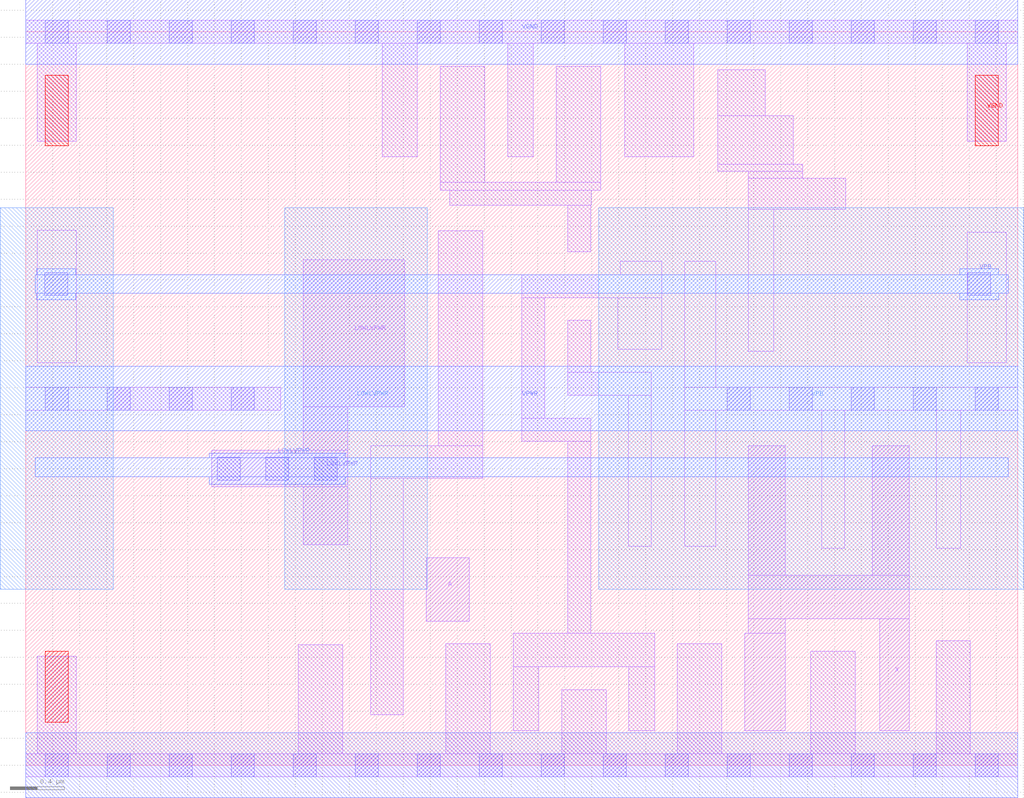
<source format=lef>
# Copyright 2020 The SkyWater PDK Authors
#
# Licensed under the Apache License, Version 2.0 (the "License");
# you may not use this file except in compliance with the License.
# You may obtain a copy of the License at
#
#     https://www.apache.org/licenses/LICENSE-2.0
#
# Unless required by applicable law or agreed to in writing, software
# distributed under the License is distributed on an "AS IS" BASIS,
# WITHOUT WARRANTIES OR CONDITIONS OF ANY KIND, either express or implied.
# See the License for the specific language governing permissions and
# limitations under the License.
#
# SPDX-License-Identifier: Apache-2.0

VERSION 5.7 ;
  NOWIREEXTENSIONATPIN ON ;
  DIVIDERCHAR "/" ;
  BUSBITCHARS "[]" ;
MACRO sky130_fd_sc_hd__lpflow_lsbuf_lh_isowell_tap_4
  CLASS CORE WELLTAP ;
  FOREIGN sky130_fd_sc_hd__lpflow_lsbuf_lh_isowell_tap_4 ;
  ORIGIN  0.000000  0.000000 ;
  SIZE  7.360000 BY  5.440000 ;
  SYMMETRY X Y R90 ;
  SITE unithd ;
  PIN A
    ANTENNAGATEAREA  0.603000 ;
    DIRECTION INPUT ;
    USE SIGNAL ;
    PORT
      LAYER li1 ;
        RECT 2.970000 1.070000 3.290000 1.540000 ;
    END
  END A
  PIN X
    ANTENNADIFFAREA  1.072500 ;
    DIRECTION OUTPUT ;
    USE SIGNAL ;
    PORT
      LAYER li1 ;
        RECT 5.335000 0.255000 5.635000 0.980000 ;
        RECT 5.360000 0.980000 5.635000 1.085000 ;
        RECT 5.360000 1.085000 6.555000 1.410000 ;
        RECT 5.360000 1.410000 5.635000 2.370000 ;
        RECT 6.280000 1.410000 6.555000 2.370000 ;
        RECT 6.335000 0.255000 6.555000 1.085000 ;
    END
  END X
  PIN LOWLVPWR
    DIRECTION INOUT ;
    SHAPE ABUTMENT ;
    USE POWER ;
    PORT
      LAYER li1 ;
        RECT 1.380000 2.065000 2.390000 2.335000 ;
        RECT 2.060000 1.635000 2.390000 2.065000 ;
        RECT 2.060000 2.335000 2.390000 2.660000 ;
        RECT 2.060000 2.660000 2.810000 3.750000 ;
      LAYER mcon ;
        RECT 1.420000 2.115000 1.590000 2.285000 ;
        RECT 1.780000 2.115000 1.950000 2.285000 ;
        RECT 2.140000 2.115000 2.310000 2.285000 ;
    END
    PORT
      LAYER met1 ;
        RECT 0.070000 2.140000 7.290000 2.280000 ;
        RECT 1.360000 2.085000 2.370000 2.140000 ;
        RECT 1.360000 2.280000 2.370000 2.315000 ;
      LAYER nwell ;
        RECT 1.920000 1.305000 2.980000 4.135000 ;
    END
  END LOWLVPWR
  PIN VGND
    DIRECTION INOUT ;
    SHAPE ABUTMENT ;
    USE GROUND ;
    PORT
      LAYER met1 ;
        RECT 0.000000 5.200000 7.360000 5.680000 ;
      LAYER pwell ;
        RECT 0.145000 4.595000 0.315000 5.120000 ;
        RECT 7.045000 4.595000 7.215000 5.120000 ;
    END
  END VGND
  PIN VPB
    DIRECTION INOUT ;
    USE POWER ;
    PORT
      LAYER met1 ;
        RECT 0.070000 3.500000 7.290000 3.640000 ;
        RECT 0.080000 3.455000 0.370000 3.500000 ;
        RECT 0.080000 3.640000 0.370000 3.685000 ;
        RECT 6.930000 3.455000 7.220000 3.500000 ;
        RECT 6.930000 3.640000 7.220000 3.685000 ;
      LAYER nwell ;
        RECT -0.190000 1.305000 0.650000 4.135000 ;
        RECT  4.250000 1.305000 7.405000 4.135000 ;
    END
  END VPB
  PIN VPWR
    DIRECTION INOUT ;
    SHAPE ABUTMENT ;
    USE POWER ;
    PORT
      LAYER met1 ;
        RECT 0.000000 2.480000 7.360000 2.960000 ;
    END
  END VPWR
  OBS
    LAYER li1 ;
      RECT 0.000000 -0.085000 7.360000 0.085000 ;
      RECT 0.000000  2.635000 1.890000 2.805000 ;
      RECT 0.000000  5.355000 7.360000 5.525000 ;
      RECT 0.085000  0.085000 0.375000 0.810000 ;
      RECT 0.085000  2.985000 0.375000 3.970000 ;
      RECT 0.085000  4.630000 0.375000 5.355000 ;
      RECT 2.020000  0.085000 2.350000 0.895000 ;
      RECT 2.560000  0.375000 2.800000 2.130000 ;
      RECT 2.560000  2.130000 3.390000 2.370000 ;
      RECT 2.645000  4.515000 2.905000 5.355000 ;
      RECT 3.060000  2.370000 3.390000 3.965000 ;
      RECT 3.075000  4.265000 4.265000 4.325000 ;
      RECT 3.075000  4.325000 3.405000 5.185000 ;
      RECT 3.115000  0.085000 3.445000 0.900000 ;
      RECT 3.145000  4.155000 4.195000 4.265000 ;
      RECT 3.575000  4.515000 3.765000 5.355000 ;
      RECT 3.615000  0.255000 3.805000 0.730000 ;
      RECT 3.615000  0.730000 4.665000 0.980000 ;
      RECT 3.680000  2.405000 4.190000 2.575000 ;
      RECT 3.680000  2.575000 3.850000 3.470000 ;
      RECT 3.680000  3.470000 4.720000 3.640000 ;
      RECT 3.935000  4.325000 4.265000 5.185000 ;
      RECT 3.975000  0.085000 4.305000 0.560000 ;
      RECT 4.020000  0.980000 4.190000 2.405000 ;
      RECT 4.020000  2.745000 4.640000 2.915000 ;
      RECT 4.020000  2.915000 4.190000 3.300000 ;
      RECT 4.020000  3.810000 4.190000 4.155000 ;
      RECT 4.390000  3.085000 4.720000 3.470000 ;
      RECT 4.410000  3.640000 4.720000 3.740000 ;
      RECT 4.445000  4.515000 4.955000 5.355000 ;
      RECT 4.470000  1.625000 4.640000 2.745000 ;
      RECT 4.475000  0.255000 4.665000 0.730000 ;
      RECT 4.835000  0.085000 5.165000 0.900000 ;
      RECT 4.890000  1.625000 5.120000 2.635000 ;
      RECT 4.890000  2.635000 7.360000 2.805000 ;
      RECT 4.890000  2.805000 5.120000 3.740000 ;
      RECT 5.135000  4.405000 5.765000 4.460000 ;
      RECT 5.135000  4.460000 5.695000 4.820000 ;
      RECT 5.135000  4.820000 5.485000 5.160000 ;
      RECT 5.360000  3.070000 5.550000 4.125000 ;
      RECT 5.360000  4.125000 6.085000 4.355000 ;
      RECT 5.360000  4.355000 5.765000 4.405000 ;
      RECT 5.825000  0.085000 6.155000 0.845000 ;
      RECT 5.905000  1.610000 6.075000 2.635000 ;
      RECT 6.755000  0.085000 7.005000 0.925000 ;
      RECT 6.755000  1.610000 6.935000 2.635000 ;
      RECT 6.985000  2.985000 7.275000 3.955000 ;
      RECT 6.985000  4.630000 7.275000 5.355000 ;
    LAYER mcon ;
      RECT 0.140000  3.485000 0.310000 3.655000 ;
      RECT 0.145000 -0.085000 0.315000 0.085000 ;
      RECT 0.145000  2.635000 0.315000 2.805000 ;
      RECT 0.145000  5.355000 0.315000 5.525000 ;
      RECT 0.605000 -0.085000 0.775000 0.085000 ;
      RECT 0.605000  2.635000 0.775000 2.805000 ;
      RECT 0.605000  5.355000 0.775000 5.525000 ;
      RECT 1.065000 -0.085000 1.235000 0.085000 ;
      RECT 1.065000  2.635000 1.235000 2.805000 ;
      RECT 1.065000  5.355000 1.235000 5.525000 ;
      RECT 1.525000 -0.085000 1.695000 0.085000 ;
      RECT 1.525000  2.635000 1.695000 2.805000 ;
      RECT 1.525000  5.355000 1.695000 5.525000 ;
      RECT 1.985000 -0.085000 2.155000 0.085000 ;
      RECT 1.985000  5.355000 2.155000 5.525000 ;
      RECT 2.445000 -0.085000 2.615000 0.085000 ;
      RECT 2.445000  5.355000 2.615000 5.525000 ;
      RECT 2.905000 -0.085000 3.075000 0.085000 ;
      RECT 2.905000  5.355000 3.075000 5.525000 ;
      RECT 3.365000 -0.085000 3.535000 0.085000 ;
      RECT 3.365000  5.355000 3.535000 5.525000 ;
      RECT 3.825000 -0.085000 3.995000 0.085000 ;
      RECT 3.825000  5.355000 3.995000 5.525000 ;
      RECT 4.285000 -0.085000 4.455000 0.085000 ;
      RECT 4.285000  5.355000 4.455000 5.525000 ;
      RECT 4.745000 -0.085000 4.915000 0.085000 ;
      RECT 4.745000  5.355000 4.915000 5.525000 ;
      RECT 5.205000 -0.085000 5.375000 0.085000 ;
      RECT 5.205000  2.635000 5.375000 2.805000 ;
      RECT 5.205000  5.355000 5.375000 5.525000 ;
      RECT 5.665000 -0.085000 5.835000 0.085000 ;
      RECT 5.665000  2.635000 5.835000 2.805000 ;
      RECT 5.665000  5.355000 5.835000 5.525000 ;
      RECT 6.125000 -0.085000 6.295000 0.085000 ;
      RECT 6.125000  2.635000 6.295000 2.805000 ;
      RECT 6.125000  5.355000 6.295000 5.525000 ;
      RECT 6.585000 -0.085000 6.755000 0.085000 ;
      RECT 6.585000  2.635000 6.755000 2.805000 ;
      RECT 6.585000  5.355000 6.755000 5.525000 ;
      RECT 6.990000  3.485000 7.160000 3.655000 ;
      RECT 7.045000 -0.085000 7.215000 0.085000 ;
      RECT 7.045000  2.635000 7.215000 2.805000 ;
      RECT 7.045000  5.355000 7.215000 5.525000 ;
    LAYER met1 ;
      RECT 0.000000 -0.240000 7.360000 0.240000 ;
    LAYER pwell ;
      RECT 0.145000 0.320000 0.315000 0.845000 ;
  END
END sky130_fd_sc_hd__lpflow_lsbuf_lh_isowell_tap_4
END LIBRARY

</source>
